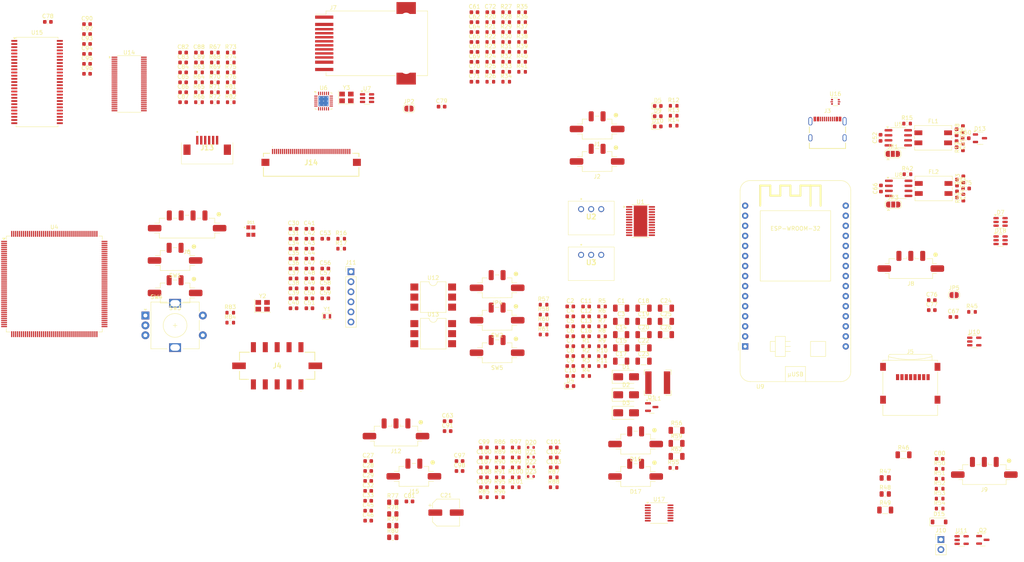
<source format=kicad_pcb>
(kicad_pcb
	(version 20240108)
	(generator "pcbnew")
	(generator_version "8.0")
	(general
		(thickness 1.6)
		(legacy_teardrops no)
	)
	(paper "A4")
	(layers
		(0 "F.Cu" signal)
		(31 "B.Cu" signal)
		(32 "B.Adhes" user "B.Adhesive")
		(33 "F.Adhes" user "F.Adhesive")
		(34 "B.Paste" user)
		(35 "F.Paste" user)
		(36 "B.SilkS" user "B.Silkscreen")
		(37 "F.SilkS" user "F.Silkscreen")
		(38 "B.Mask" user)
		(39 "F.Mask" user)
		(40 "Dwgs.User" user "User.Drawings")
		(41 "Cmts.User" user "User.Comments")
		(42 "Eco1.User" user "User.Eco1")
		(43 "Eco2.User" user "User.Eco2")
		(44 "Edge.Cuts" user)
		(45 "Margin" user)
		(46 "B.CrtYd" user "B.Courtyard")
		(47 "F.CrtYd" user "F.Courtyard")
		(48 "B.Fab" user)
		(49 "F.Fab" user)
		(50 "User.1" user)
		(51 "User.2" user)
		(52 "User.3" user)
		(53 "User.4" user)
		(54 "User.5" user)
		(55 "User.6" user)
		(56 "User.7" user)
		(57 "User.8" user)
		(58 "User.9" user)
	)
	(setup
		(pad_to_mask_clearance 0)
		(allow_soldermask_bridges_in_footprints no)
		(pcbplotparams
			(layerselection 0x00010fc_ffffffff)
			(plot_on_all_layers_selection 0x0000000_00000000)
			(disableapertmacros no)
			(usegerberextensions no)
			(usegerberattributes yes)
			(usegerberadvancedattributes yes)
			(creategerberjobfile yes)
			(dashed_line_dash_ratio 12.000000)
			(dashed_line_gap_ratio 3.000000)
			(svgprecision 4)
			(plotframeref no)
			(viasonmask no)
			(mode 1)
			(useauxorigin no)
			(hpglpennumber 1)
			(hpglpenspeed 20)
			(hpglpendiameter 15.000000)
			(pdf_front_fp_property_popups yes)
			(pdf_back_fp_property_popups yes)
			(dxfpolygonmode yes)
			(dxfimperialunits yes)
			(dxfusepcbnewfont yes)
			(psnegative no)
			(psa4output no)
			(plotreference yes)
			(plotvalue yes)
			(plotfptext yes)
			(plotinvisibletext no)
			(sketchpadsonfab no)
			(subtractmaskfromsilk no)
			(outputformat 1)
			(mirror no)
			(drillshape 1)
			(scaleselection 1)
			(outputdirectory "")
		)
	)
	(net 0 "")
	(net 1 "+3V3_FER")
	(net 2 "Earth")
	(net 3 "/Ethernet/LED_G")
	(net 4 "/Ethernet/LED_Y")
	(net 5 "GND")
	(net 6 "+3V3")
	(net 7 "+5V")
	(net 8 "/Power/3V3_Display")
	(net 9 "Net-(C5-Pad2)")
	(net 10 "Net-(U1-COMP)")
	(net 11 "Net-(U1-C1+)")
	(net 12 "Net-(U1-C1-)")
	(net 13 "Net-(U1-C2+)")
	(net 14 "Net-(U1-C2-)")
	(net 15 "/Power/3V8")
	(net 16 "Net-(D2-A)")
	(net 17 "Net-(U1-DRV)")
	(net 18 "/Power/18V")
	(net 19 "/Power/9V6")
	(net 20 "Net-(U1-FB1)")
	(net 21 "Net-(U1-REF)")
	(net 22 "/Power/-6V")
	(net 23 "Net-(U1-VCOMIN)")
	(net 24 "+24V")
	(net 25 "Net-(U3-VI)")
	(net 26 "Net-(U2-VI)")
	(net 27 "/Peripherals/V_{ref}")
	(net 28 "Net-(D1-A)")
	(net 29 "Net-(D4-A)")
	(net 30 "Net-(D15-K)")
	(net 31 "/IEC_Charging_Circuit/CP")
	(net 32 "Net-(J7-Pad2)")
	(net 33 "unconnected-(J7-NC-Pad9)")
	(net 34 "Net-(J7-Pad11)")
	(net 35 "Net-(J8-Pin_2)")
	(net 36 "/IEC_Charging_Circuit/PP")
	(net 37 "Net-(J10-Pin_1)")
	(net 38 "Net-(JP1-C)")
	(net 39 "/Core/EV_Start_Charging")
	(net 40 "Net-(JP3-C)")
	(net 41 "/Display/LCD_VGL")
	(net 42 "Net-(Q1-B)")
	(net 43 "Net-(Q2-G)")
	(net 44 "Net-(U1-FB3)")
	(net 45 "Net-(U1-FB2)")
	(net 46 "Net-(R6-Pad2)")
	(net 47 "Net-(U10-A)")
	(net 48 "/IEC_Charging_Circuit/PWM_SENSE")
	(net 49 "/Core/Charging_Point_PWM")
	(net 50 "Net-(U11--)")
	(net 51 "/Core/~{IMD_Error_LED}")
	(net 52 "Net-(R54-Pad1)")
	(net 53 "/SDRAM/D9")
	(net 54 "unconnected-(U4B-PH9-Pad86)")
	(net 55 "/SDRAM/A11")
	(net 56 "unconnected-(U4B-PD13-Pad101)")
	(net 57 "/Core/~{AMS_Error_LED}")
	(net 58 "/SDRAM/D0")
	(net 59 "unconnected-(U4B-PC13-Pad8)")
	(net 60 "unconnected-(U4B-PD4-Pad146)")
	(net 61 "/Core/PCAP_RST")
	(net 62 "/Display/B5")
	(net 63 "unconnected-(U4B-PI8-Pad7)")
	(net 64 "/SDRAM/D14")
	(net 65 "/SDRAM/D2")
	(net 66 "/SDRAM/D4")
	(net 67 "unconnected-(U4B-PH6-Pad83)")
	(net 68 "/Core/OSC_in")
	(net 69 "unconnected-(U4B-PG13-Pad156)")
	(net 70 "/Core/SWCLK")
	(net 71 "unconnected-(U4B-PG10-Pad153)")
	(net 72 "/Display/R2")
	(net 73 "/SDRAM/A3")
	(net 74 "/SDRAM/D13")
	(net 75 "unconnected-(U4B-PH15-Pad130)")
	(net 76 "/Core/LCD_Reset")
	(net 77 "/Display/R0")
	(net 78 "/SDRAM/A2")
	(net 79 "/Display/R7")
	(net 80 "/Display/B4")
	(net 81 "/Core/AMS_Reset_in")
	(net 82 "/Core/AMS_Reset_out")
	(net 83 "/Core/SDC_out")
	(net 84 "/SDRAM/A0")
	(net 85 "unconnected-(U4B-PF8-Pad26)")
	(net 86 "/SDRAM/SDNE0")
	(net 87 "/Core/SWDIO")
	(net 88 "/SDRAM/A10")
	(net 89 "unconnected-(U4B-PC10-Pad139)")
	(net 90 "/Display/G0")
	(net 91 "unconnected-(U4B-PI7-Pad176)")
	(net 92 "/SDRAM/BA0")
	(net 93 "/Ethernet/RMII_TX_EN")
	(net 94 "/Core/NRST")
	(net 95 "/SDRAM/D12")
	(net 96 "unconnected-(U4B-PH12-Pad89)")
	(net 97 "/SDRAM/NBL0")
	(net 98 "/Display/B0")
	(net 99 "unconnected-(U4B-PD3-Pad145)")
	(net 100 "/Display/G2")
	(net 101 "unconnected-(U4B-PG14-Pad157)")
	(net 102 "/Display/R1")
	(net 103 "unconnected-(U4B-PH10-Pad87)")
	(net 104 "/SDRAM/SDNWE")
	(net 105 "/Ethernet/RMII_RXD1")
	(net 106 "/SDRAM/A9")
	(net 107 "/SDRAM/D11")
	(net 108 "unconnected-(U4B-PI6-Pad175)")
	(net 109 "/Display/DE")
	(net 110 "/Display/G3")
	(net 111 "/Display/CLK")
	(net 112 "/Peripherals/USART_RX")
	(net 113 "unconnected-(U4B-PB5-Pad163)")
	(net 114 "unconnected-(U4B-PI3-Pad134)")
	(net 115 "/Peripherals/USB_OTG_VBUS")
	(net 116 "/SDRAM/A4")
	(net 117 "/Display/B3")
	(net 118 "/Peripherals/SDMMC_D0")
	(net 119 "/SDRAM/D15")
	(net 120 "/SDRAM/D3")
	(net 121 "/Display/G4")
	(net 122 "/SDRAM/A7")
	(net 123 "unconnected-(U4B-PC8-Pad117)")
	(net 124 "/SDRAM/A12")
	(net 125 "unconnected-(U4B-PI1-Pad132)")
	(net 126 "Net-(C27-Pad1)")
	(net 127 "Net-(U4F-BOOT0)")
	(net 128 "unconnected-(U4B-PD7-Pad151)")
	(net 129 "unconnected-(U4B-PC7-Pad116)")
	(net 130 "/Display/G7")
	(net 131 "/Core/LED_B")
	(net 132 "/Ethernet/RMII_MDIO")
	(net 133 "/Display/G1")
	(net 134 "/Display/R6")
	(net 135 "unconnected-(U4B-PH7-Pad84)")
	(net 136 "/SDRAM/D6")
	(net 137 "/SDRAM/A1")
	(net 138 "unconnected-(U4B-PG3-Pad107)")
	(net 139 "/SDRAM/D8")
	(net 140 "/Display/B6")
	(net 141 "/Display/R4")
	(net 142 "/Core/OSC_out")
	(net 143 "unconnected-(U4B-PA15-Pad138)")
	(net 144 "unconnected-(U4B-PF6-Pad24)")
	(net 145 "/SDRAM/A5")
	(net 146 "/Display/G6")
	(net 147 "unconnected-(U4B-PF7-Pad25)")
	(net 148 "/Peripherals/ESP_RX")
	(net 149 "unconnected-(U4B-PF9-Pad27)")
	(net 150 "/Display/G5")
	(net 151 "/Core/LED_G")
	(net 152 "unconnected-(U4B-PC6-Pad115)")
	(net 153 "unconnected-(U4B-PD12-Pad100)")
	(net 154 "/Display/R5")
	(net 155 "unconnected-(U4B-PE2-Pad1)")
	(net 156 "/Ethernet/RMII_TXD1")
	(net 157 "/SDRAM/D5")
	(net 158 "/Peripherals/SDMMC_CMD")
	(net 159 "/SDRAM/D1")
	(net 160 "Net-(U4A-VREF+)")
	(net 161 "/Display/B1")
	(net 162 "/Display/B7")
	(net 163 "unconnected-(U4B-PD11-Pad99)")
	(net 164 "/Ethernet/RMII_MDC")
	(net 165 "unconnected-(U4B-PE3-Pad2)")
	(net 166 "/Core/OSC32_in")
	(net 167 "/SDRAM/SDCLK")
	(net 168 "/Peripherals/USART_TX")
	(net 169 "unconnected-(U4B-PA10-Pad121)")
	(net 170 "/Core/LED_R")
	(net 171 "/SDRAM/SDCKE0")
	(net 172 "/Ethernet/RMII_RXD0")
	(net 173 "unconnected-(U4B-PC11-Pad140)")
	(net 174 "/Ethernet/RMII_CRS_DV")
	(net 175 "/Core/TRACESWO")
	(net 176 "/Display/HSYNC")
	(net 177 "/Ethernet/RMII_TXD0")
	(net 178 "Net-(C33-Pad1)")
	(net 179 "/SDRAM/D10")
	(net 180 "/SDRAM/SDNCAS")
	(net 181 "/Display/R3")
	(net 182 "/Core/OSC32_out")
	(net 183 "/Display/VSYNC")
	(net 184 "/SDRAM/D7")
	(net 185 "unconnected-(U4B-PI0-Pad131)")
	(net 186 "unconnected-(U4B-PG9-Pad152)")
	(net 187 "/SDRAM/BA1")
	(net 188 "unconnected-(U4B-PH11-Pad88)")
	(net 189 "/SDRAM/SDNRAS")
	(net 190 "/SDRAM/A6")
	(net 191 "/SDRAM/NBL1")
	(net 192 "/Display/B2")
	(net 193 "/Ethernet/RMII_REF_CLK")
	(net 194 "/SDRAM/A8")
	(net 195 "unconnected-(U4B-PB2-Pad58)")
	(net 196 "Net-(U5-CANL)")
	(net 197 "Net-(U5-Rs)")
	(net 198 "Net-(U5-CANH)")
	(net 199 "Net-(U6-~{INT}{slash}REFCLKO)")
	(net 200 "/Ethernet/XTAL2")
	(net 201 "Net-(U6-VDDCR)")
	(net 202 "Net-(U6-RXER{slash}PHYAD0)")
	(net 203 "Net-(U6-TXD0)")
	(net 204 "Net-(U6-~{RST})")
	(net 205 "Net-(U6-RXD1{slash}MODE1)")
	(net 206 "Net-(U6-TXD1)")
	(net 207 "Net-(U6-MDIO)")
	(net 208 "Net-(U6-TXEN)")
	(net 209 "/Ethernet/XTAL1")
	(net 210 "Net-(U6-RBIAS)")
	(net 211 "Net-(U6-MDC)")
	(net 212 "Net-(U6-CRS_DV{slash}MODE2)")
	(net 213 "Net-(U6-RXD0{slash}MODE0)")
	(net 214 "Net-(U8-CANL)")
	(net 215 "Net-(U8-Rs)")
	(net 216 "Net-(U8-CANH)")
	(net 217 "/Peripherals/ESP_TX")
	(net 218 "/Peripherals/STM_CAN_TX")
	(net 219 "unconnected-(U10-NC-Pad1)")
	(net 220 "/Peripherals/STM_CAN_RX")
	(net 221 "unconnected-(U12-Pad3)")
	(net 222 "/Peripherals/SDMMC_CK")
	(net 223 "Net-(R55-Pad1)")
	(net 224 "/Peripherals/ESP_CAN_RX")
	(net 225 "/SDC_and_SCS/RSD_in")
	(net 226 "unconnected-(U13-Pad5)")
	(net 227 "Net-(R56-Pad2)")
	(net 228 "unconnected-(U13-Pad3)")
	(net 229 "/SDC_and_SCS/RSD_out")
	(net 230 "/Core/CANH")
	(net 231 "/Core/CANL")
	(net 232 "/Peripherals/ESP_CAN_TX")
	(net 233 "/Display/LCD_VGH")
	(net 234 "Net-(D5-A)")
	(net 235 "Net-(D9-A)")
	(net 236 "Net-(D10-A)")
	(net 237 "/Core/SDC_in")
	(net 238 "Net-(Q3-G)")
	(net 239 "Net-(Q4-G)")
	(net 240 "/Core/SDC_enable")
	(net 241 "/Display/I2C_SDA")
	(net 242 "/Display/I2C_SCL")
	(net 243 "Net-(U14-~{SHTDN})")
	(net 244 "Net-(U14-CLKSEL)")
	(net 245 "/Display/LCD_SELB")
	(net 246 "Net-(R70-Pad1)")
	(net 247 "VDD")
	(net 248 "Net-(R72-Pad2)")
	(net 249 "/Display/LCD_STBYB")
	(net 250 "Net-(J1-Pin_1)")
	(net 251 "/Display/LCD_U{slash}D")
	(net 252 "/Display/LCD_L{slash}R")
	(net 253 "/Display/RXIN0-")
	(net 254 "/Display/RXCLKIN+")
	(net 255 "/Display/RXIN0+")
	(net 256 "/Display/RXIN2-")
	(net 257 "/Display/RXIN1-")
	(net 258 "/Display/RXIN2+")
	(net 259 "/Display/RXIN3+")
	(net 260 "/Display/RXIN3-")
	(net 261 "/Display/RXIN1+")
	(net 262 "/Display/RXCLKIN-")
	(net 263 "Net-(J2-Pin_1)")
	(net 264 "Net-(U16-VBUS)")
	(net 265 "unconnected-(U15-NC-Pad40)")
	(net 266 "Net-(U4F-PDR_ON)")
	(net 267 "/Peripherals/SDMMC_D1")
	(net 268 "/Peripherals/SDMMC_D2")
	(net 269 "/Peripherals/SDMMC_D3")
	(net 270 "unconnected-(U9-TX0{slash}D1-Pad18)")
	(net 271 "unconnected-(U9-D18-Pad22)")
	(net 272 "unconnected-(U9-D34-Pad12)")
	(net 273 "unconnected-(U9-D19-Pad21)")
	(net 274 "unconnected-(U9-D25-Pad8)")
	(net 275 "unconnected-(U9-D15-Pad28)")
	(net 276 "unconnected-(U9-D32-Pad10)")
	(net 277 "unconnected-(U9-RX0{slash}D3-Pad19)")
	(net 278 "unconnected-(U9-D13-Pad3)")
	(net 279 "unconnected-(U9-D12-Pad4)")
	(net 280 "unconnected-(U9-D35-Pad11)")
	(net 281 "unconnected-(U9-D2-Pad27)")
	(net 282 "unconnected-(U9-D14-Pad5)")
	(net 283 "unconnected-(U9-D39{slash}VN-Pad13)")
	(net 284 "unconnected-(U9-D22-Pad17)")
	(net 285 "unconnected-(U9-D26-Pad7)")
	(net 286 "unconnected-(U9-D33-Pad9)")
	(net 287 "unconnected-(U9-EN-Pad15)")
	(net 288 "unconnected-(U9-VIN-Pad1)")
	(net 289 "unconnected-(U9-D36{slash}VP-Pad14)")
	(net 290 "unconnected-(U9-D27-Pad6)")
	(net 291 "unconnected-(U9-D23-Pad16)")
	(net 292 "/Core/SDC_Voltage")
	(net 293 "/Core/TSAL_Green")
	(net 294 "Net-(JP4-A)")
	(net 295 "Net-(J4-Pin_2)")
	(net 296 "/Core/TS_on")
	(net 297 "/Peripherals/USB_OTG_DP")
	(net 298 "/Peripherals/USB_OTG_DN")
	(net 299 "unconnected-(J3-SBU2-PadB8)")
	(net 300 "/Peripherals/D-")
	(net 301 "unconnected-(J3-CC2-PadB5)")
	(net 302 "/Peripherals/D+")
	(net 303 "unconnected-(J3-CC1-PadA5)")
	(net 304 "unconnected-(J3-SBU1-PadA8)")
	(net 305 "Net-(D20-K)")
	(net 306 "Net-(D21-K)")
	(net 307 "Net-(D22-K)")
	(net 308 "/Core/PCAP_Int")
	(net 309 "unconnected-(J14-Pin_37-Pad37)")
	(net 310 "/Display/LED+")
	(net 311 "unconnected-(J14-Pin_4-Pad4)")
	(net 312 "/Display/LCD_VDD")
	(net 313 "Net-(J14-Pin_29)")
	(net 314 "unconnected-(J14-Pin_27-Pad27)")
	(net 315 "unconnected-(J14-Pin_24-Pad24)")
	(net 316 "unconnected-(J14-Pin_36-Pad36)")
	(net 317 "Net-(J14-Pin_1)")
	(net 318 "Net-(J14-Pin_35)")
	(net 319 "Net-(J14-Pin_38)")
	(net 320 "unconnected-(J14-Pin_26-Pad26)")
	(net 321 "unconnected-(J14-Pin_23-Pad23)")
	(net 322 "Net-(D23-K)")
	(net 323 "Net-(D11-BK)")
	(net 324 "Net-(D11-GK)")
	(net 325 "Net-(D11-RK)")
	(net 326 "Net-(D20-A)")
	(net 327 "/Core/Encoder_push")
	(net 328 "/Core/Encoder_A")
	(net 329 "/Core/Encoder_B")
	(net 330 "/Ethernet/RXN")
	(net 331 "/Ethernet/TXN")
	(net 332 "/Ethernet/RXP")
	(net 333 "/Ethernet/TXP")
	(net 334 "/Core/SDC_on")
	(net 335 "/Core/EncB_on")
	(net 336 "/Core/EncPush_on")
	(net 337 "/Core/EncA_on")
	(net 338 "Net-(D16-A)")
	(net 339 "Net-(D16-K)")
	(net 340 "Net-(D17-K)")
	(net 341 "Net-(D17-A)")
	(net 342 "/Display/LCD_AVDD")
	(net 343 "/Display/VCOM")
	(net 344 "unconnected-(U17-Pad10)")
	(net 345 "unconnected-(U17-Pad12)")
	(footprint "Capacitor_SMD:C_1206_3216Metric" (layer "F.Cu") (at 178.315 106.435))
	(footprint "Capacitor_SMD:C_0603_1608Metric" (layer "F.Cu") (at 169.475 92.615))
	(footprint "Resistor_SMD:R_0603_1608Metric" (layer "F.Cu") (at 147.69 133.28))
	(footprint "Resistor_SMD:R_0603_1608Metric" (layer "F.Cu") (at 145.285 35.83))
	(footprint "Capacitor_SMD:C_0603_1608Metric" (layer "F.Cu") (at 43.475 21.27))
	(footprint "Capacitor_SMD:C_1206_3216Metric" (layer "F.Cu") (at 189.615 93.035))
	(footprint "Capacitor_SMD:C_0603_1608Metric" (layer "F.Cu") (at 141.275 25.79))
	(footprint "Resistor_SMD:R_0805_2012Metric" (layer "F.Cu") (at 120.66 142.1))
	(footprint "Capacitor_SMD:C_0603_1608Metric" (layer "F.Cu") (at 169.475 100.145))
	(footprint "Package_TO_SOT_SMD:SOT-666" (layer "F.Cu") (at 232.4 40.9))
	(footprint "Capacitor_SMD:C_0603_1608Metric" (layer "F.Cu") (at 114.45 136.7))
	(footprint "Capacitor_SMD:C_0603_1608Metric" (layer "F.Cu") (at 67.725 28.45))
	(footprint "Resistor_SMD:R_0603_1608Metric" (layer "F.Cu") (at 149.295 30.81))
	(footprint "Charger:ESP32-WROOM-32-DevKit-30Pin" (layer "F.Cu") (at 209.615 102.71))
	(footprint "FaSTTUBe_connectors:Micro_Mate-N-Lok_2p_vertical" (layer "F.Cu") (at 172.245 47.77))
	(footprint "Resistor_SMD:R_0603_1608Metric" (layer "F.Cu") (at 147.69 138.3))
	(footprint "LED_SMD:LED_0603_1608Metric" (layer "F.Cu") (at 187.56 41.955))
	(footprint "Capacitor_SMD:CP_Elec_6.3x7.7" (layer "F.Cu") (at 134.1 144.7))
	(footprint "Capacitor_SMD:C_0603_1608Metric" (layer "F.Cu") (at 137.51 134.19))
	(footprint "Diode_SMD:D_SMA" (layer "F.Cu") (at 179.56 110.385))
	(footprint "Resistor_SMD:R_0603_1608Metric" (layer "F.Cu") (at 153.305 20.77))
	(footprint "Resistor_SMD:R_0603_1608Metric" (layer "F.Cu") (at 71.735 33.47))
	(footprint "Capacitor_SMD:C_1206_3216Metric" (layer "F.Cu") (at 178.315 96.385))
	(footprint "Resistor_SMD:R_0603_1608Metric" (layer "F.Cu") (at 173.485 95.125))
	(footprint "Resistor_SMD:R_0603_1608Metric" (layer "F.Cu") (at 75.745 30.96))
	(footprint "Capacitor_SMD:C_0603_1608Metric" (layer "F.Cu") (at 99.61 83.03))
	(footprint "Charger:173010542" (layer "F.Cu") (at 170.745 69.945))
	(footprint "FaSTTUBe_Switches:PEC11H-4xxxF-Sxxxx" (layer "F.Cu") (at 65.7 97.4))
	(footprint "Resistor_SMD:R_0603_1608Metric" (layer "F.Cu") (at 158.725 94.68))
	(footprint "Capacitor_SMD:C_0603_1608Metric" (layer "F.Cu") (at 265.3 50.1))
	(footprint "Resistor_SMD:R_0603_1608Metric" (layer "F.Cu") (at 264.6 52.4 90))
	(footprint "Jumper:SolderJumper-2_P1.3mm_Open_RoundedPad1.0x1.5mm" (layer "F.Cu") (at 262.37 89.73))
	(footprint "Resistor_SMD:R_0603_1608Metric" (layer "F.Cu") (at 169.475 102.655))
	(footprint "Resistor_SMD:R_0603_1608Metric" (layer "F.Cu") (at 147.69 130.77))
	(footprint "Capacitor_SMD:C_0603_1608Metric" (layer "F.Cu") (at 141.275 30.81))
	(footprint "Resistor_SMD:R_0603_1608Metric" (layer "F.Cu") (at 149.295 33.32))
	(footprint "Capacitor_SMD:C_1206_3216Metric"
		(layer "F.Cu")
		(uuid "32e917e9-e9ab-44b4-86b3-58f005cc80c3")
		(at 183.965 103.085)
		(descr "Capacitor SMD 1206 (3216 Metric), square (rectangular) end terminal, IPC_7351 nominal, (Body size source: IPC-SM-782 page 76, https://www.pcb-3d.com/wordpress/wp-content/uploads/ipc-sm-782a_amendment_1_and_2.pdf), generated with kicad-footprint-generator")
		(tags "capacitor")
		(property "Reference" "C22"
			(at 0 -1.85 0)
			(layer "F.SilkS")
			(uuid "b493cae9-93c2-450b-acbf-a20dda4f3fdb")
			(effects
				(font
					(size 1 1)
					(thickness 0.15)
				)
			)
		)
		(property "Value" "10µ"
			(at 0 1.85 0)
			(layer "F.Fab")
			(uuid "a8644944-98e6-4ff3-a221-c0485e505e09")
			(effects
				(font
					(size 1 1)
					(thickness 0.15)
				)
			)
		)
		(property "Footprint" "Capacitor_SMD:C_1206_3216Metric"
			(at 0 0 0)
			(unlocked yes)
			(layer "F.Fab")
			(hide yes)
			(uuid "133ebc40-f891-41c5-8237-f91d4183ab17")
			(effects
				(font
					(size 1.27 1.27)
					(thickness 0.15)
				)
			)
		)
		(property "Datasheet" ""
			(at 0 0 0)
			(unlocked yes)
			(layer "F.Fab")
			(hide yes)
			(uuid "df781568-7284-4d51-8a97-dc26499e55b0")
			(effects
				(font
					(size 1.27 1.27)
					(thickness 0.15)
				)
			)
		)
		(property "Description" "Unpolarized capacitor, X5R"
			(at 0 0 0)
			(unlocked yes)
			(layer "F.Fab")
			(hide yes)
			(uuid "5b1833ee-7ffb-4103-971c-ef1acebb0867")
			(effects
				(font
					(size 1.27 1.27)
					(thickness 0.15)
				)
			)
		)
		(property ki_fp_filters "C_*")
		(path "/91c9895f-7dce-42
... [1219491 chars truncated]
</source>
